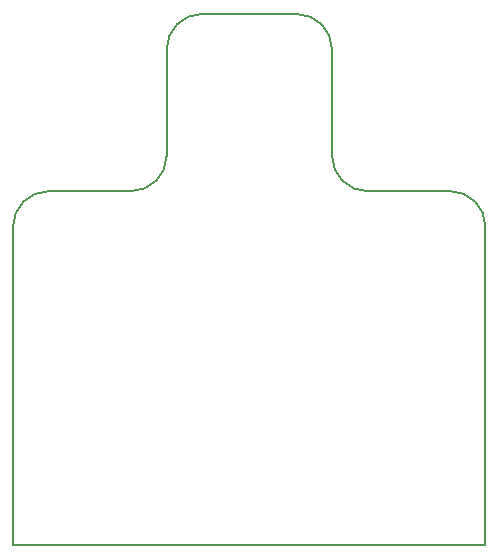
<source format=gbr>
%TF.GenerationSoftware,KiCad,Pcbnew,(5.1.8)-1*%
%TF.CreationDate,2021-03-12T16:01:59+08:00*%
%TF.ProjectId,PModCamera,504d6f64-4361-46d6-9572-612e6b696361,rev?*%
%TF.SameCoordinates,Original*%
%TF.FileFunction,Profile,NP*%
%FSLAX46Y46*%
G04 Gerber Fmt 4.6, Leading zero omitted, Abs format (unit mm)*
G04 Created by KiCad (PCBNEW (5.1.8)-1) date 2021-03-12 16:01:59*
%MOMM*%
%LPD*%
G01*
G04 APERTURE LIST*
%TA.AperFunction,Profile*%
%ADD10C,0.200000*%
%TD*%
G04 APERTURE END LIST*
D10*
X75697000Y-132155999D02*
X75697000Y-105155999D01*
X115696999Y-132155999D02*
X75697000Y-132155999D01*
X91697000Y-87156000D02*
X99697000Y-87156000D01*
X102697000Y-90155999D02*
X102696999Y-99156000D01*
X88697001Y-90156001D02*
G75*
G02*
X91697000Y-87156000I3000000J1D01*
G01*
X88697000Y-99156000D02*
X88697000Y-90155999D01*
X112696999Y-102155999D02*
G75*
G02*
X115697000Y-105156000I0J-3000001D01*
G01*
X99697000Y-87155999D02*
G75*
G02*
X102697000Y-90155999I0J-3000000D01*
G01*
X105696999Y-102156000D02*
G75*
G02*
X102696999Y-99156000I0J3000000D01*
G01*
X88697000Y-99156000D02*
G75*
G02*
X85697001Y-102155999I-2999999J0D01*
G01*
X85697001Y-102155999D02*
X78697000Y-102155999D01*
X112697000Y-102155999D02*
X105697000Y-102155999D01*
X75697000Y-105155999D02*
G75*
G02*
X78697000Y-102155999I3000000J0D01*
G01*
X115697000Y-105156000D02*
X115696999Y-132155999D01*
M02*

</source>
